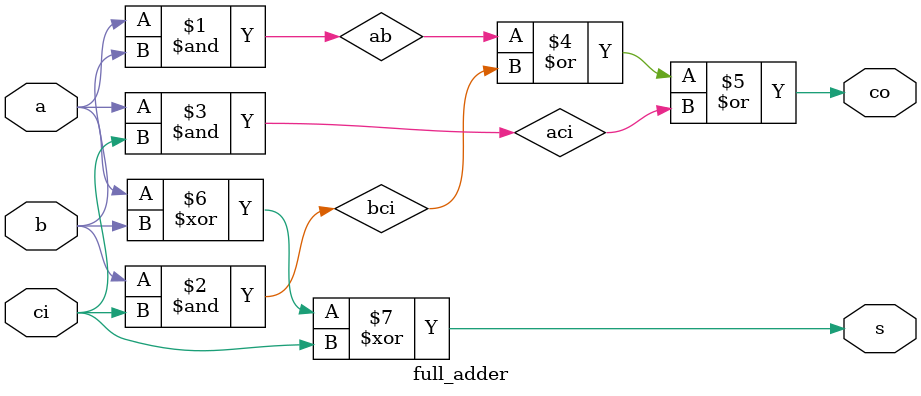
<source format=v>
/*--  *******************************************************
--  Computer Architecture Course, Laboratory Sources 
--  Amirkabir University of Technology (Tehran Polytechnic)
--  Department of Computer Engineering (CE-AUT)
--  https://ce[dot]aut[dot]ac[dot]ir
--  *******************************************************
--  All Rights reserved (C) 2020-2021
--  *******************************************************
--  Student ID  : 
--  Student Name: 
--  Student Mail: 
--  *******************************************************
--  Additional Comments:
--
--*/

/*-----------------------------------------------------------
---  Module Name: temperatureCalculator 
-----------------------------------------------------------*/
`timescale 1 ns/1 ns


module temperatureCalculator(
	factoryBaseTemp,
	factoryTempCoef,
	tempSensorValue,
	temperature);
	
	input [4:0] factoryBaseTemp;
	input [3:0] factoryTempCoef;
	input [3:0] tempSensorValue;
	output [7:0] temperature;
	
	wire [7:0]p;
	wire [7:0]p_in;
	wire cout;
	//assign p = factoryTempCoef * tempSensorValue;
	multiplier4x4 MUL(tempSensorValue, factoryTempCoef, p);
	adder_8bit AD8B ({3'b000,factoryBaseTemp}, {3'b000, p[7:3]}, temperature, cout);
endmodule

module multiplier4x4(input [3:0] A ,
							  input [3:0] B ,
							  output [7:0] P);
	wire [3:0] d,e,c;
	wire cout;
	assign P[0] = A[0] & B[0];
	adder_4bit AD1({A[3] & B[1], A[2] & B[1], A[1] & B[1], A[0] & B[1]},
						{0, A[3] & B[0], A[2] & B[0], A[1] & B[0]},{d, P[1]});
	adder_4bit AD2(d,{A[3] & B[2], A[2] & B[2], A[1] & B[2], A[0] & B[2]},{e, P[2]});
	adder_4bit AD3(e,{A[3] & B[3], A[2] & B[3], A[1] & B[3], A[0] & B[3]},{cout,P[7:3]});
	
endmodule

module adder_4bit (
	input [3:0] A ,
	input [3:0] B ,
	output [4:0] S 
);

	wire [3:0] c;
	
	full_adder AD0 (A[0], B[0], 0, S[0], c[0]);
	full_adder AD1 (A[1], B[1], c[0],S[1], c[1]);
	full_adder AD2 (A[2], B[2], c[1],S[2], c[2]);
	full_adder AD3 (A[3], B[3], c[2],S[3], c[3]);
	assign S[4] = c[3];

	
endmodule


module adder_8bit (
	input [7:0] A ,
	input [7:0] B ,
	output [7:0] S ,
	output cout
);

	wire [6:0] c;
	
	full_adder AD0 (A[0], B[0], 0, S[0], c[0]);
	full_adder AD1 (A[1], B[1], c[0],S[1], c[1]);
	full_adder AD2 (A[2], B[2], c[1],S[2], c[2]);
	full_adder AD3 (A[3], B[3], c[2],S[3], c[3]);
	full_adder AD4 (A[4], B[4], c[3],S[4], c[4]);
	full_adder AD5 (A[5], B[5], c[4],S[5], c[5]);
	full_adder AD6 (A[6], B[6], c[5],S[6], c[6]);
	full_adder AD7 (A[7], B[7], c[6],S[7], cout);
	
endmodule

module full_adder (
	input a ,
	input b ,
	input ci ,
	output s ,
	output co
);

	wire ab, bci, aci;
	and g1(ab, a, b);
	and g2(bci, b, ci);
	and g3(aci, a, ci);
			 
	or g4(co, ab, bci, aci);
	xor g5(s, a, b, ci);
	
		
endmodule


</source>
